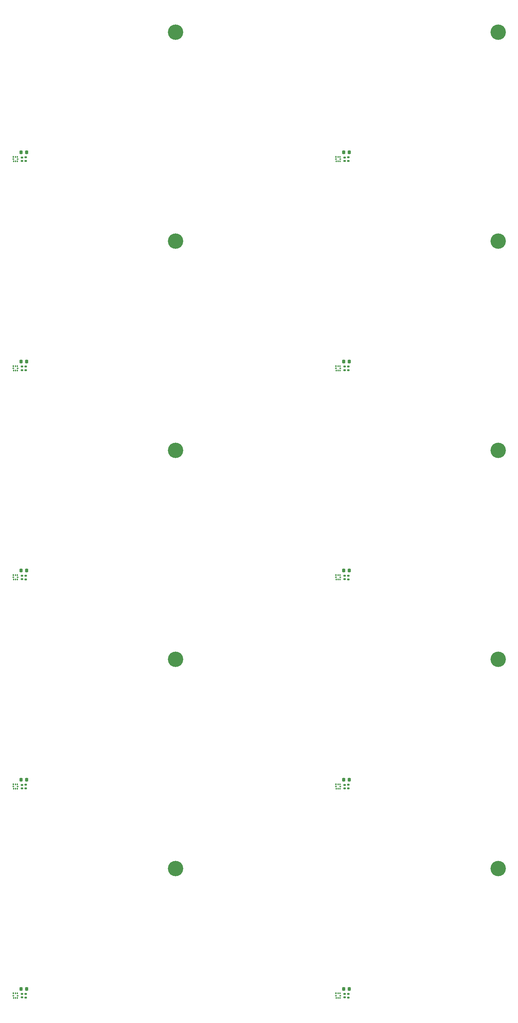
<source format=gbr>
%TF.GenerationSoftware,KiCad,Pcbnew,8.0.5+dfsg-1*%
%TF.CreationDate,2024-09-24T14:54:02+01:00*%
%TF.ProjectId,business card-generic-panel,62757369-6e65-4737-9320-636172642d67,rev?*%
%TF.SameCoordinates,Original*%
%TF.FileFunction,Paste,Bot*%
%TF.FilePolarity,Positive*%
%FSLAX46Y46*%
G04 Gerber Fmt 4.6, Leading zero omitted, Abs format (unit mm)*
G04 Created by KiCad (PCBNEW 8.0.5+dfsg-1) date 2024-09-24 14:54:02*
%MOMM*%
%LPD*%
G01*
G04 APERTURE LIST*
G04 Aperture macros list*
%AMRoundRect*
0 Rectangle with rounded corners*
0 $1 Rounding radius*
0 $2 $3 $4 $5 $6 $7 $8 $9 X,Y pos of 4 corners*
0 Add a 4 corners polygon primitive as box body*
4,1,4,$2,$3,$4,$5,$6,$7,$8,$9,$2,$3,0*
0 Add four circle primitives for the rounded corners*
1,1,$1+$1,$2,$3*
1,1,$1+$1,$4,$5*
1,1,$1+$1,$6,$7*
1,1,$1+$1,$8,$9*
0 Add four rect primitives between the rounded corners*
20,1,$1+$1,$2,$3,$4,$5,0*
20,1,$1+$1,$4,$5,$6,$7,0*
20,1,$1+$1,$6,$7,$8,$9,0*
20,1,$1+$1,$8,$9,$2,$3,0*%
G04 Aperture macros list end*
%ADD10C,4.200000*%
%ADD11RoundRect,0.135000X0.185000X-0.135000X0.185000X0.135000X-0.185000X0.135000X-0.185000X-0.135000X0*%
%ADD12RoundRect,0.140000X0.170000X-0.140000X0.170000X0.140000X-0.170000X0.140000X-0.170000X-0.140000X0*%
%ADD13RoundRect,0.218750X-0.218750X-0.256250X0.218750X-0.256250X0.218750X0.256250X-0.218750X0.256250X0*%
%ADD14RoundRect,0.025000X0.160000X-0.200000X0.160000X0.200000X-0.160000X0.200000X-0.160000X-0.200000X0*%
%ADD15RoundRect,0.025000X0.110000X-0.200000X0.110000X0.200000X-0.110000X0.200000X-0.110000X-0.200000X0*%
%ADD16RoundRect,0.025000X-0.200000X-0.110000X0.200000X-0.110000X0.200000X0.110000X-0.200000X0.110000X0*%
G04 APERTURE END LIST*
D10*
%TO.C,REF\u002A\u002A*%
X142968000Y-138600000D03*
%TD*%
%TO.C,REF\u002A\u002A*%
X231200000Y-195800000D03*
%TD*%
%TO.C,REF\u002A\u002A*%
X231200000Y-253000000D03*
%TD*%
%TO.C,REF\u002A\u002A*%
X231200000Y-138600000D03*
%TD*%
%TO.C,REF\u002A\u002A*%
X231200000Y-24200000D03*
%TD*%
%TO.C,REF\u002A\u002A*%
X142968000Y-24200000D03*
%TD*%
%TO.C,REF\u002A\u002A*%
X142968000Y-195800000D03*
%TD*%
%TO.C,REF\u002A\u002A*%
X231200000Y-81400000D03*
%TD*%
%TO.C,REF\u002A\u002A*%
X142968000Y-253000000D03*
%TD*%
%TO.C,REF\u002A\u002A*%
X142968000Y-81400000D03*
%TD*%
D11*
%TO.C,R1*%
X102018000Y-116697500D03*
X102018000Y-115677500D03*
%TD*%
D12*
%TO.C,C1*%
X100968000Y-173867500D03*
X100968000Y-172907500D03*
%TD*%
D13*
%TO.C,D1*%
X100705500Y-228700000D03*
X102280500Y-228700000D03*
%TD*%
D12*
%TO.C,C1*%
X100968000Y-288267500D03*
X100968000Y-287307500D03*
%TD*%
D13*
%TO.C,D1*%
X188937500Y-114300000D03*
X190512500Y-114300000D03*
%TD*%
D11*
%TO.C,R1*%
X102018000Y-288297500D03*
X102018000Y-287277500D03*
%TD*%
D12*
%TO.C,C1*%
X189200000Y-116667500D03*
X189200000Y-115707500D03*
%TD*%
D14*
%TO.C,U1*%
X98632200Y-172765100D03*
D15*
X99182200Y-172765100D03*
X99682200Y-172765100D03*
D16*
X99782200Y-173365100D03*
D15*
X99682200Y-173965100D03*
X99182200Y-173965100D03*
X98682200Y-173965100D03*
D16*
X98582200Y-173365100D03*
%TD*%
D11*
%TO.C,R1*%
X190250000Y-231097500D03*
X190250000Y-230077500D03*
%TD*%
D13*
%TO.C,D1*%
X188937500Y-228700000D03*
X190512500Y-228700000D03*
%TD*%
D14*
%TO.C,U1*%
X98632200Y-58365100D03*
D15*
X99182200Y-58365100D03*
X99682200Y-58365100D03*
D16*
X99782200Y-58965100D03*
D15*
X99682200Y-59565100D03*
X99182200Y-59565100D03*
X98682200Y-59565100D03*
D16*
X98582200Y-58965100D03*
%TD*%
D14*
%TO.C,U1*%
X186864200Y-172765100D03*
D15*
X187414200Y-172765100D03*
X187914200Y-172765100D03*
D16*
X188014200Y-173365100D03*
D15*
X187914200Y-173965100D03*
X187414200Y-173965100D03*
X186914200Y-173965100D03*
D16*
X186814200Y-173365100D03*
%TD*%
D13*
%TO.C,D1*%
X188937500Y-57100000D03*
X190512500Y-57100000D03*
%TD*%
D12*
%TO.C,C1*%
X189200000Y-231067500D03*
X189200000Y-230107500D03*
%TD*%
D13*
%TO.C,D1*%
X188937500Y-171500000D03*
X190512500Y-171500000D03*
%TD*%
D11*
%TO.C,R1*%
X190250000Y-116697500D03*
X190250000Y-115677500D03*
%TD*%
%TO.C,R1*%
X102018000Y-173897500D03*
X102018000Y-172877500D03*
%TD*%
D12*
%TO.C,C1*%
X189200000Y-288267500D03*
X189200000Y-287307500D03*
%TD*%
D11*
%TO.C,R1*%
X190250000Y-173897500D03*
X190250000Y-172877500D03*
%TD*%
%TO.C,R1*%
X190250000Y-288297500D03*
X190250000Y-287277500D03*
%TD*%
D12*
%TO.C,C1*%
X189200000Y-59467500D03*
X189200000Y-58507500D03*
%TD*%
D14*
%TO.C,U1*%
X186864200Y-115565100D03*
D15*
X187414200Y-115565100D03*
X187914200Y-115565100D03*
D16*
X188014200Y-116165100D03*
D15*
X187914200Y-116765100D03*
X187414200Y-116765100D03*
X186914200Y-116765100D03*
D16*
X186814200Y-116165100D03*
%TD*%
D11*
%TO.C,R1*%
X190250000Y-59497500D03*
X190250000Y-58477500D03*
%TD*%
D13*
%TO.C,D1*%
X100705500Y-57100000D03*
X102280500Y-57100000D03*
%TD*%
D14*
%TO.C,U1*%
X186864200Y-287165100D03*
D15*
X187414200Y-287165100D03*
X187914200Y-287165100D03*
D16*
X188014200Y-287765100D03*
D15*
X187914200Y-288365100D03*
X187414200Y-288365100D03*
X186914200Y-288365100D03*
D16*
X186814200Y-287765100D03*
%TD*%
D12*
%TO.C,C1*%
X189200000Y-173867500D03*
X189200000Y-172907500D03*
%TD*%
D11*
%TO.C,R1*%
X102018000Y-59497500D03*
X102018000Y-58477500D03*
%TD*%
D14*
%TO.C,U1*%
X98632200Y-287165100D03*
D15*
X99182200Y-287165100D03*
X99682200Y-287165100D03*
D16*
X99782200Y-287765100D03*
D15*
X99682200Y-288365100D03*
X99182200Y-288365100D03*
X98682200Y-288365100D03*
D16*
X98582200Y-287765100D03*
%TD*%
D14*
%TO.C,U1*%
X98632200Y-229965100D03*
D15*
X99182200Y-229965100D03*
X99682200Y-229965100D03*
D16*
X99782200Y-230565100D03*
D15*
X99682200Y-231165100D03*
X99182200Y-231165100D03*
X98682200Y-231165100D03*
D16*
X98582200Y-230565100D03*
%TD*%
D14*
%TO.C,U1*%
X186864200Y-58365100D03*
D15*
X187414200Y-58365100D03*
X187914200Y-58365100D03*
D16*
X188014200Y-58965100D03*
D15*
X187914200Y-59565100D03*
X187414200Y-59565100D03*
X186914200Y-59565100D03*
D16*
X186814200Y-58965100D03*
%TD*%
D12*
%TO.C,C1*%
X100968000Y-116667500D03*
X100968000Y-115707500D03*
%TD*%
%TO.C,C1*%
X100968000Y-231067500D03*
X100968000Y-230107500D03*
%TD*%
D14*
%TO.C,U1*%
X98632200Y-115565100D03*
D15*
X99182200Y-115565100D03*
X99682200Y-115565100D03*
D16*
X99782200Y-116165100D03*
D15*
X99682200Y-116765100D03*
X99182200Y-116765100D03*
X98682200Y-116765100D03*
D16*
X98582200Y-116165100D03*
%TD*%
D13*
%TO.C,D1*%
X100705500Y-285900000D03*
X102280500Y-285900000D03*
%TD*%
D12*
%TO.C,C1*%
X100968000Y-59467500D03*
X100968000Y-58507500D03*
%TD*%
D14*
%TO.C,U1*%
X186864200Y-229965100D03*
D15*
X187414200Y-229965100D03*
X187914200Y-229965100D03*
D16*
X188014200Y-230565100D03*
D15*
X187914200Y-231165100D03*
X187414200Y-231165100D03*
X186914200Y-231165100D03*
D16*
X186814200Y-230565100D03*
%TD*%
D13*
%TO.C,D1*%
X100705500Y-171500000D03*
X102280500Y-171500000D03*
%TD*%
D11*
%TO.C,R1*%
X102018000Y-231097500D03*
X102018000Y-230077500D03*
%TD*%
D13*
%TO.C,D1*%
X100705500Y-114300000D03*
X102280500Y-114300000D03*
%TD*%
%TO.C,D1*%
X188937500Y-285900000D03*
X190512500Y-285900000D03*
%TD*%
M02*

</source>
